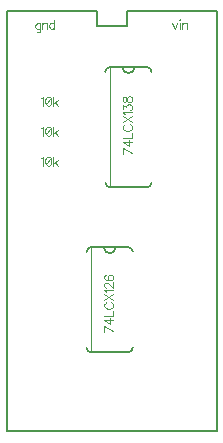
<source format=gbr>
G04 DipTrace 3.3.1.1*
G04 TopSilk.gbr*
%MOIN*%
G04 #@! TF.FileFunction,Legend,Top*
G04 #@! TF.Part,Single*
%ADD13C,0.006*%
%ADD21C,0.002*%
%ADD25C,0.008*%
%ADD41C,0.003281*%
%FSLAX26Y26*%
G04*
G70*
G90*
G75*
G01*
G04 TopSilk*
%LPD*%
X275260Y271264D2*
D13*
G03X290266Y256249I15004J-11D01*
G01*
X414236Y606249D2*
G02X429241Y591234I1J-15004D01*
G01*
Y271264D2*
G02X414236Y256249I-15004J-11D01*
G01*
X290266Y606249D2*
G03X275260Y591234I-1J-15004D01*
G01*
X290266Y256249D2*
X414236D1*
Y606249D2*
X372247D1*
X332254D1*
X290266D1*
X372247D2*
G02X332254Y606249I-19996J11D01*
G01*
X289235D2*
D21*
Y256249D1*
X337760Y821249D2*
D13*
G03X352766Y806249I14987J-13D01*
G01*
X476736Y1206249D2*
G02X491741Y1191249I18J-14987D01*
G01*
Y821249D2*
G02X476736Y806249I-14987J-13D01*
G01*
X352766Y1206249D2*
G03X337760Y1191249I-18J-14987D01*
G01*
X352766Y806249D2*
X476736D1*
Y1206249D2*
X434747D1*
X394754D1*
X352766D1*
X434747D2*
G02X394754Y1206249I-19996J-4D01*
G01*
X351735D2*
D21*
Y806249D1*
X308288Y1342933D2*
D25*
X408248D1*
Y1392913D1*
X708268D1*
Y-7087D1*
X8268D1*
Y1392913D1*
X308288D1*
Y1342933D1*
X364136Y328333D2*
D41*
X334025Y342692D1*
Y322596D1*
X364136Y363612D2*
X334026D1*
X354088Y349253D1*
Y370775D1*
X333992Y377337D2*
X364136D1*
Y394548D1*
X341155Y422631D2*
X338303Y421205D1*
X335418Y418320D1*
X333992Y415469D1*
Y409732D1*
X335418Y406846D1*
X338303Y403995D1*
X341155Y402535D1*
X345466Y401109D1*
X352662D1*
X356940Y402535D1*
X359825Y403995D1*
X362677Y406846D1*
X364136Y409732D1*
Y415469D1*
X362677Y418320D1*
X359825Y421205D1*
X356940Y422631D1*
X333992Y429193D2*
X364136Y449289D1*
X333992D2*
X364136Y429193D1*
X339762Y455851D2*
X338303Y458736D1*
X334025Y463047D1*
X364136D1*
X341188Y471068D2*
X339762D1*
X336877Y472494D1*
X335451Y473920D1*
X334025Y476805D1*
Y482542D1*
X335451Y485394D1*
X336877Y486820D1*
X339762Y488279D1*
X342614D1*
X345499Y486820D1*
X349777Y483968D1*
X364136Y469609D1*
Y489705D1*
X338303Y513477D2*
X335451Y512051D1*
X334025Y507740D1*
Y504888D1*
X335451Y500577D1*
X339762Y497692D1*
X346925Y496266D1*
X354088D1*
X359825Y497692D1*
X362710Y500577D1*
X364136Y504888D1*
Y506314D1*
X362710Y510592D1*
X359825Y513477D1*
X355514Y514903D1*
X354088D1*
X349777Y513477D1*
X346925Y510592D1*
X345499Y506314D1*
Y504888D1*
X346925Y500577D1*
X349777Y497692D1*
X354088Y496266D1*
X426636Y921370D2*
X396525Y935729D1*
Y915633D1*
X426636Y956650D2*
X396526D1*
X416588Y942291D1*
Y963813D1*
X396492Y970375D2*
X426636D1*
Y987585D1*
X403655Y1015669D2*
X400803Y1014243D1*
X397918Y1011358D1*
X396492Y1008506D1*
Y1002769D1*
X397918Y999884D1*
X400803Y997032D1*
X403655Y995573D1*
X407966Y994147D1*
X415162D1*
X419440Y995573D1*
X422325Y997032D1*
X425177Y999884D1*
X426636Y1002769D1*
Y1008506D1*
X425177Y1011358D1*
X422325Y1014243D1*
X419440Y1015669D1*
X396492Y1022231D2*
X426636Y1042327D1*
X396492D2*
X426636Y1022231D1*
X402262Y1048888D2*
X400803Y1051774D1*
X396525Y1056085D1*
X426636D1*
X396525Y1065531D2*
Y1081283D1*
X407999Y1072694D1*
Y1077005D1*
X409425Y1079857D1*
X410851Y1081283D1*
X415162Y1082742D1*
X418014D1*
X422325Y1081283D1*
X425210Y1078431D1*
X426636Y1074120D1*
Y1069809D1*
X425210Y1065531D1*
X423751Y1064105D1*
X420899Y1062646D1*
X396525Y1096467D2*
X397951Y1092189D1*
X400803Y1090730D1*
X403688D1*
X406540Y1092189D1*
X407999Y1095041D1*
X409425Y1100778D1*
X410851Y1105089D1*
X413736Y1107941D1*
X416588Y1109367D1*
X420899D1*
X423751Y1107941D1*
X425210Y1106515D1*
X426636Y1102204D1*
Y1096467D1*
X425210Y1092189D1*
X423751Y1090730D1*
X420899Y1089304D1*
X416588D1*
X413736Y1090730D1*
X410851Y1093615D1*
X409425Y1097893D1*
X407999Y1103630D1*
X406540Y1106515D1*
X403688Y1107941D1*
X400803D1*
X397951Y1106515D1*
X396525Y1102204D1*
Y1096467D1*
X124115Y1002892D2*
X127000Y1004352D1*
X131311Y1008629D1*
Y978519D1*
X146495Y1008629D2*
X142184Y1007203D1*
X139299Y1002892D1*
X137873Y995730D1*
Y991418D1*
X139299Y984256D1*
X142184Y979945D1*
X146495Y978519D1*
X149347D1*
X153658Y979945D1*
X156510Y984256D1*
X157969Y991418D1*
Y995730D1*
X156510Y1002892D1*
X153658Y1007203D1*
X149347Y1008629D1*
X146495D1*
X156510Y1002892D2*
X139299Y984256D1*
X164530Y1008663D2*
Y978519D1*
X178889Y998615D2*
X164530Y984256D1*
X170267Y989993D2*
X180315Y978519D1*
X124115Y1102891D2*
X127000Y1104350D1*
X131311Y1108628D1*
Y1078517D1*
X146495Y1108628D2*
X142184Y1107202D1*
X139299Y1102891D1*
X137873Y1095728D1*
Y1091417D1*
X139299Y1084254D1*
X142184Y1079943D1*
X146495Y1078517D1*
X149347D1*
X153658Y1079943D1*
X156510Y1084254D1*
X157969Y1091417D1*
Y1095728D1*
X156510Y1102891D1*
X153658Y1107202D1*
X149347Y1108628D1*
X146495D1*
X156510Y1102891D2*
X139299Y1084254D1*
X164530Y1108661D2*
Y1078517D1*
X178889Y1098613D2*
X164530Y1084254D1*
X170267Y1089991D2*
X180315Y1078517D1*
X124115Y902892D2*
X127000Y904352D1*
X131311Y908629D1*
Y878519D1*
X146495Y908629D2*
X142184Y907203D1*
X139299Y902892D1*
X137873Y895730D1*
Y891418D1*
X139299Y884256D1*
X142184Y879945D1*
X146495Y878519D1*
X149347D1*
X153658Y879945D1*
X156510Y884256D1*
X157969Y891418D1*
Y895730D1*
X156510Y902892D1*
X153658Y907203D1*
X149347Y908629D1*
X146495D1*
X156510Y902892D2*
X139299Y884256D1*
X164530Y908663D2*
Y878519D1*
X178889Y898615D2*
X164530Y884256D1*
X170267Y889993D2*
X180315Y878519D1*
X121214Y1353042D2*
Y1330061D1*
X119788Y1325783D1*
X118362Y1324324D1*
X115477Y1322898D1*
X111166D1*
X108314Y1324324D1*
X121214Y1348731D2*
X118362Y1351583D1*
X115477Y1353042D1*
X111166D1*
X108314Y1351583D1*
X105429Y1348731D1*
X104003Y1344420D1*
Y1341535D1*
X105429Y1337257D1*
X108314Y1334372D1*
X111166Y1332946D1*
X115477D1*
X118362Y1334372D1*
X121214Y1337257D1*
X127775Y1354468D2*
Y1334372D1*
Y1348731D2*
X132086Y1353042D1*
X134971Y1354468D1*
X139249D1*
X142134Y1353042D1*
X143560Y1348731D1*
Y1334372D1*
X167333Y1364516D2*
Y1334372D1*
Y1350157D2*
X164481Y1353042D1*
X161596Y1354468D1*
X157285D1*
X154433Y1353042D1*
X151548Y1350157D1*
X150122Y1345846D1*
Y1342994D1*
X151548Y1338683D1*
X154433Y1335831D1*
X157285Y1334372D1*
X161596D1*
X164481Y1335831D1*
X167333Y1338683D1*
X560696Y1354468D2*
X569318Y1334372D1*
X577906Y1354468D1*
X584468Y1364516D2*
X585894Y1363090D1*
X587353Y1364516D1*
X585894Y1365975D1*
X584468Y1364516D1*
X585894Y1354468D2*
Y1334372D1*
X593915Y1354468D2*
Y1334372D1*
Y1348731D2*
X598226Y1353042D1*
X601111Y1354468D1*
X605389D1*
X608274Y1353042D1*
X609700Y1348731D1*
Y1334372D1*
M02*

</source>
